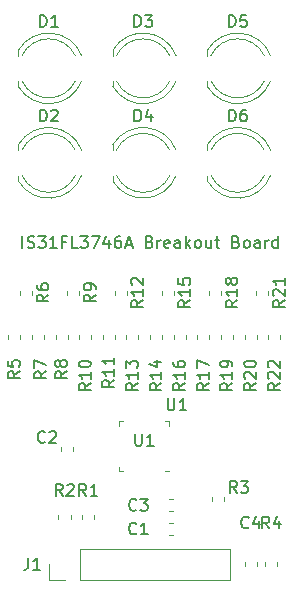
<source format=gbr>
G04 #@! TF.GenerationSoftware,KiCad,Pcbnew,(5.1.4)-1*
G04 #@! TF.CreationDate,2021-05-12T10:10:47-04:00*
G04 #@! TF.ProjectId,QAZ_IS31FL3746A_breakoutboard,51415a5f-4953-4333-9146-4c3337343641,rev?*
G04 #@! TF.SameCoordinates,Original*
G04 #@! TF.FileFunction,Legend,Top*
G04 #@! TF.FilePolarity,Positive*
%FSLAX46Y46*%
G04 Gerber Fmt 4.6, Leading zero omitted, Abs format (unit mm)*
G04 Created by KiCad (PCBNEW (5.1.4)-1) date 2021-05-12 10:10:47*
%MOMM*%
%LPD*%
G04 APERTURE LIST*
%ADD10C,0.150000*%
%ADD11C,0.120000*%
G04 APERTURE END LIST*
D10*
X129190476Y-49202380D02*
X129190476Y-48202380D01*
X129619047Y-49154761D02*
X129761904Y-49202380D01*
X130000000Y-49202380D01*
X130095238Y-49154761D01*
X130142857Y-49107142D01*
X130190476Y-49011904D01*
X130190476Y-48916666D01*
X130142857Y-48821428D01*
X130095238Y-48773809D01*
X130000000Y-48726190D01*
X129809523Y-48678571D01*
X129714285Y-48630952D01*
X129666666Y-48583333D01*
X129619047Y-48488095D01*
X129619047Y-48392857D01*
X129666666Y-48297619D01*
X129714285Y-48250000D01*
X129809523Y-48202380D01*
X130047619Y-48202380D01*
X130190476Y-48250000D01*
X130523809Y-48202380D02*
X131142857Y-48202380D01*
X130809523Y-48583333D01*
X130952380Y-48583333D01*
X131047619Y-48630952D01*
X131095238Y-48678571D01*
X131142857Y-48773809D01*
X131142857Y-49011904D01*
X131095238Y-49107142D01*
X131047619Y-49154761D01*
X130952380Y-49202380D01*
X130666666Y-49202380D01*
X130571428Y-49154761D01*
X130523809Y-49107142D01*
X132095238Y-49202380D02*
X131523809Y-49202380D01*
X131809523Y-49202380D02*
X131809523Y-48202380D01*
X131714285Y-48345238D01*
X131619047Y-48440476D01*
X131523809Y-48488095D01*
X132857142Y-48678571D02*
X132523809Y-48678571D01*
X132523809Y-49202380D02*
X132523809Y-48202380D01*
X133000000Y-48202380D01*
X133857142Y-49202380D02*
X133380952Y-49202380D01*
X133380952Y-48202380D01*
X134095238Y-48202380D02*
X134714285Y-48202380D01*
X134380952Y-48583333D01*
X134523809Y-48583333D01*
X134619047Y-48630952D01*
X134666666Y-48678571D01*
X134714285Y-48773809D01*
X134714285Y-49011904D01*
X134666666Y-49107142D01*
X134619047Y-49154761D01*
X134523809Y-49202380D01*
X134238095Y-49202380D01*
X134142857Y-49154761D01*
X134095238Y-49107142D01*
X135047619Y-48202380D02*
X135714285Y-48202380D01*
X135285714Y-49202380D01*
X136523809Y-48535714D02*
X136523809Y-49202380D01*
X136285714Y-48154761D02*
X136047619Y-48869047D01*
X136666666Y-48869047D01*
X137476190Y-48202380D02*
X137285714Y-48202380D01*
X137190476Y-48250000D01*
X137142857Y-48297619D01*
X137047619Y-48440476D01*
X137000000Y-48630952D01*
X137000000Y-49011904D01*
X137047619Y-49107142D01*
X137095238Y-49154761D01*
X137190476Y-49202380D01*
X137380952Y-49202380D01*
X137476190Y-49154761D01*
X137523809Y-49107142D01*
X137571428Y-49011904D01*
X137571428Y-48773809D01*
X137523809Y-48678571D01*
X137476190Y-48630952D01*
X137380952Y-48583333D01*
X137190476Y-48583333D01*
X137095238Y-48630952D01*
X137047619Y-48678571D01*
X137000000Y-48773809D01*
X137952380Y-48916666D02*
X138428571Y-48916666D01*
X137857142Y-49202380D02*
X138190476Y-48202380D01*
X138523809Y-49202380D01*
X139952380Y-48678571D02*
X140095238Y-48726190D01*
X140142857Y-48773809D01*
X140190476Y-48869047D01*
X140190476Y-49011904D01*
X140142857Y-49107142D01*
X140095238Y-49154761D01*
X140000000Y-49202380D01*
X139619047Y-49202380D01*
X139619047Y-48202380D01*
X139952380Y-48202380D01*
X140047619Y-48250000D01*
X140095238Y-48297619D01*
X140142857Y-48392857D01*
X140142857Y-48488095D01*
X140095238Y-48583333D01*
X140047619Y-48630952D01*
X139952380Y-48678571D01*
X139619047Y-48678571D01*
X140619047Y-49202380D02*
X140619047Y-48535714D01*
X140619047Y-48726190D02*
X140666666Y-48630952D01*
X140714285Y-48583333D01*
X140809523Y-48535714D01*
X140904761Y-48535714D01*
X141619047Y-49154761D02*
X141523809Y-49202380D01*
X141333333Y-49202380D01*
X141238095Y-49154761D01*
X141190476Y-49059523D01*
X141190476Y-48678571D01*
X141238095Y-48583333D01*
X141333333Y-48535714D01*
X141523809Y-48535714D01*
X141619047Y-48583333D01*
X141666666Y-48678571D01*
X141666666Y-48773809D01*
X141190476Y-48869047D01*
X142523809Y-49202380D02*
X142523809Y-48678571D01*
X142476190Y-48583333D01*
X142380952Y-48535714D01*
X142190476Y-48535714D01*
X142095238Y-48583333D01*
X142523809Y-49154761D02*
X142428571Y-49202380D01*
X142190476Y-49202380D01*
X142095238Y-49154761D01*
X142047619Y-49059523D01*
X142047619Y-48964285D01*
X142095238Y-48869047D01*
X142190476Y-48821428D01*
X142428571Y-48821428D01*
X142523809Y-48773809D01*
X143000000Y-49202380D02*
X143000000Y-48202380D01*
X143095238Y-48821428D02*
X143380952Y-49202380D01*
X143380952Y-48535714D02*
X143000000Y-48916666D01*
X143952380Y-49202380D02*
X143857142Y-49154761D01*
X143809523Y-49107142D01*
X143761904Y-49011904D01*
X143761904Y-48726190D01*
X143809523Y-48630952D01*
X143857142Y-48583333D01*
X143952380Y-48535714D01*
X144095238Y-48535714D01*
X144190476Y-48583333D01*
X144238095Y-48630952D01*
X144285714Y-48726190D01*
X144285714Y-49011904D01*
X144238095Y-49107142D01*
X144190476Y-49154761D01*
X144095238Y-49202380D01*
X143952380Y-49202380D01*
X145142857Y-48535714D02*
X145142857Y-49202380D01*
X144714285Y-48535714D02*
X144714285Y-49059523D01*
X144761904Y-49154761D01*
X144857142Y-49202380D01*
X145000000Y-49202380D01*
X145095238Y-49154761D01*
X145142857Y-49107142D01*
X145476190Y-48535714D02*
X145857142Y-48535714D01*
X145619047Y-48202380D02*
X145619047Y-49059523D01*
X145666666Y-49154761D01*
X145761904Y-49202380D01*
X145857142Y-49202380D01*
X147285714Y-48678571D02*
X147428571Y-48726190D01*
X147476190Y-48773809D01*
X147523809Y-48869047D01*
X147523809Y-49011904D01*
X147476190Y-49107142D01*
X147428571Y-49154761D01*
X147333333Y-49202380D01*
X146952380Y-49202380D01*
X146952380Y-48202380D01*
X147285714Y-48202380D01*
X147380952Y-48250000D01*
X147428571Y-48297619D01*
X147476190Y-48392857D01*
X147476190Y-48488095D01*
X147428571Y-48583333D01*
X147380952Y-48630952D01*
X147285714Y-48678571D01*
X146952380Y-48678571D01*
X148095238Y-49202380D02*
X148000000Y-49154761D01*
X147952380Y-49107142D01*
X147904761Y-49011904D01*
X147904761Y-48726190D01*
X147952380Y-48630952D01*
X148000000Y-48583333D01*
X148095238Y-48535714D01*
X148238095Y-48535714D01*
X148333333Y-48583333D01*
X148380952Y-48630952D01*
X148428571Y-48726190D01*
X148428571Y-49011904D01*
X148380952Y-49107142D01*
X148333333Y-49154761D01*
X148238095Y-49202380D01*
X148095238Y-49202380D01*
X149285714Y-49202380D02*
X149285714Y-48678571D01*
X149238095Y-48583333D01*
X149142857Y-48535714D01*
X148952380Y-48535714D01*
X148857142Y-48583333D01*
X149285714Y-49154761D02*
X149190476Y-49202380D01*
X148952380Y-49202380D01*
X148857142Y-49154761D01*
X148809523Y-49059523D01*
X148809523Y-48964285D01*
X148857142Y-48869047D01*
X148952380Y-48821428D01*
X149190476Y-48821428D01*
X149285714Y-48773809D01*
X149761904Y-49202380D02*
X149761904Y-48535714D01*
X149761904Y-48726190D02*
X149809523Y-48630952D01*
X149857142Y-48583333D01*
X149952380Y-48535714D01*
X150047619Y-48535714D01*
X150809523Y-49202380D02*
X150809523Y-48202380D01*
X150809523Y-49154761D02*
X150714285Y-49202380D01*
X150523809Y-49202380D01*
X150428571Y-49154761D01*
X150380952Y-49107142D01*
X150333333Y-49011904D01*
X150333333Y-48726190D01*
X150380952Y-48630952D01*
X150428571Y-48583333D01*
X150523809Y-48535714D01*
X150714285Y-48535714D01*
X150809523Y-48583333D01*
D11*
X146780000Y-77330000D02*
X146780000Y-74670000D01*
X134020000Y-77330000D02*
X146780000Y-77330000D01*
X134020000Y-74670000D02*
X146780000Y-74670000D01*
X134020000Y-77330000D02*
X134020000Y-74670000D01*
X132750000Y-77330000D02*
X131420000Y-77330000D01*
X131420000Y-77330000D02*
X131420000Y-76000000D01*
X141260000Y-63890000D02*
X141610000Y-63890000D01*
X137740000Y-68110000D02*
X137390000Y-68110000D01*
X137390000Y-68110000D02*
X137390000Y-67760000D01*
X137740000Y-63890000D02*
X137390000Y-63890000D01*
X141260000Y-68110000D02*
X141610000Y-68110000D01*
X141610000Y-63890000D02*
X141610000Y-64240000D01*
X137390000Y-63890000D02*
X137390000Y-64240000D01*
X151010000Y-56578733D02*
X151010000Y-56921267D01*
X149990000Y-56578733D02*
X149990000Y-56921267D01*
X150010000Y-52828733D02*
X150010000Y-53171267D01*
X148990000Y-52828733D02*
X148990000Y-53171267D01*
X149010000Y-56578733D02*
X149010000Y-56921267D01*
X147990000Y-56578733D02*
X147990000Y-56921267D01*
X147010000Y-56578733D02*
X147010000Y-56921267D01*
X145990000Y-56578733D02*
X145990000Y-56921267D01*
X146010000Y-52828733D02*
X146010000Y-53171267D01*
X144990000Y-52828733D02*
X144990000Y-53171267D01*
X145010000Y-56578733D02*
X145010000Y-56921267D01*
X143990000Y-56578733D02*
X143990000Y-56921267D01*
X143010000Y-56578733D02*
X143010000Y-56921267D01*
X141990000Y-56578733D02*
X141990000Y-56921267D01*
X142010000Y-52828733D02*
X142010000Y-53171267D01*
X140990000Y-52828733D02*
X140990000Y-53171267D01*
X141010000Y-56578733D02*
X141010000Y-56921267D01*
X139990000Y-56578733D02*
X139990000Y-56921267D01*
X139010000Y-56578733D02*
X139010000Y-56921267D01*
X137990000Y-56578733D02*
X137990000Y-56921267D01*
X138010000Y-52828733D02*
X138010000Y-53171267D01*
X136990000Y-52828733D02*
X136990000Y-53171267D01*
X137010000Y-56578733D02*
X137010000Y-56921267D01*
X135990000Y-56578733D02*
X135990000Y-56921267D01*
X135010000Y-56578733D02*
X135010000Y-56921267D01*
X133990000Y-56578733D02*
X133990000Y-56921267D01*
X134010000Y-52828733D02*
X134010000Y-53171267D01*
X132990000Y-52828733D02*
X132990000Y-53171267D01*
X133010000Y-56578733D02*
X133010000Y-56921267D01*
X131990000Y-56578733D02*
X131990000Y-56921267D01*
X131010000Y-56578733D02*
X131010000Y-56921267D01*
X129990000Y-56578733D02*
X129990000Y-56921267D01*
X130010000Y-52828733D02*
X130010000Y-53171267D01*
X128990000Y-52828733D02*
X128990000Y-53171267D01*
X129010000Y-56578733D02*
X129010000Y-56921267D01*
X127990000Y-56578733D02*
X127990000Y-56921267D01*
X149740000Y-76171267D02*
X149740000Y-75828733D01*
X150760000Y-76171267D02*
X150760000Y-75828733D01*
X146260000Y-70328733D02*
X146260000Y-70671267D01*
X145240000Y-70328733D02*
X145240000Y-70671267D01*
X133260000Y-71828733D02*
X133260000Y-72171267D01*
X132240000Y-71828733D02*
X132240000Y-72171267D01*
X135260000Y-71828733D02*
X135260000Y-72171267D01*
X134240000Y-71828733D02*
X134240000Y-72171267D01*
X144845000Y-40455000D02*
X144845000Y-40920000D01*
X144845000Y-43080000D02*
X144845000Y-43545000D01*
X149659479Y-43080429D02*
G75*
G02X145150316Y-43080000I-2254479J1080429D01*
G01*
X149659479Y-40919571D02*
G75*
G03X145150316Y-40920000I-2254479J-1080429D01*
G01*
X150192815Y-43080827D02*
G75*
G02X144845000Y-43544830I-2787815J1080827D01*
G01*
X150192815Y-40919173D02*
G75*
G03X144845000Y-40455170I-2787815J-1080827D01*
G01*
X144845000Y-32455000D02*
X144845000Y-32920000D01*
X144845000Y-35080000D02*
X144845000Y-35545000D01*
X149659479Y-35080429D02*
G75*
G02X145150316Y-35080000I-2254479J1080429D01*
G01*
X149659479Y-32919571D02*
G75*
G03X145150316Y-32920000I-2254479J-1080429D01*
G01*
X150192815Y-35080827D02*
G75*
G02X144845000Y-35544830I-2787815J1080827D01*
G01*
X150192815Y-32919173D02*
G75*
G03X144845000Y-32455170I-2787815J-1080827D01*
G01*
X136845000Y-40455000D02*
X136845000Y-40920000D01*
X136845000Y-43080000D02*
X136845000Y-43545000D01*
X141659479Y-43080429D02*
G75*
G02X137150316Y-43080000I-2254479J1080429D01*
G01*
X141659479Y-40919571D02*
G75*
G03X137150316Y-40920000I-2254479J-1080429D01*
G01*
X142192815Y-43080827D02*
G75*
G02X136845000Y-43544830I-2787815J1080827D01*
G01*
X142192815Y-40919173D02*
G75*
G03X136845000Y-40455170I-2787815J-1080827D01*
G01*
X136845000Y-32455000D02*
X136845000Y-32920000D01*
X136845000Y-35080000D02*
X136845000Y-35545000D01*
X141659479Y-35080429D02*
G75*
G02X137150316Y-35080000I-2254479J1080429D01*
G01*
X141659479Y-32919571D02*
G75*
G03X137150316Y-32920000I-2254479J-1080429D01*
G01*
X142192815Y-35080827D02*
G75*
G02X136845000Y-35544830I-2787815J1080827D01*
G01*
X142192815Y-32919173D02*
G75*
G03X136845000Y-32455170I-2787815J-1080827D01*
G01*
X128845000Y-40455000D02*
X128845000Y-40920000D01*
X128845000Y-43080000D02*
X128845000Y-43545000D01*
X133659479Y-43080429D02*
G75*
G02X129150316Y-43080000I-2254479J1080429D01*
G01*
X133659479Y-40919571D02*
G75*
G03X129150316Y-40920000I-2254479J-1080429D01*
G01*
X134192815Y-43080827D02*
G75*
G02X128845000Y-43544830I-2787815J1080827D01*
G01*
X134192815Y-40919173D02*
G75*
G03X128845000Y-40455170I-2787815J-1080827D01*
G01*
X128845000Y-32455000D02*
X128845000Y-32920000D01*
X128845000Y-35080000D02*
X128845000Y-35545000D01*
X133659479Y-35080429D02*
G75*
G02X129150316Y-35080000I-2254479J1080429D01*
G01*
X133659479Y-32919571D02*
G75*
G03X129150316Y-32920000I-2254479J-1080429D01*
G01*
X134192815Y-35080827D02*
G75*
G02X128845000Y-35544830I-2787815J1080827D01*
G01*
X134192815Y-32919173D02*
G75*
G03X128845000Y-32455170I-2787815J-1080827D01*
G01*
X147990000Y-76171267D02*
X147990000Y-75828733D01*
X149010000Y-76171267D02*
X149010000Y-75828733D01*
X141578733Y-70490000D02*
X141921267Y-70490000D01*
X141578733Y-71510000D02*
X141921267Y-71510000D01*
X132490000Y-66078733D02*
X132490000Y-66421267D01*
X133510000Y-66078733D02*
X133510000Y-66421267D01*
X141578733Y-72490000D02*
X141921267Y-72490000D01*
X141578733Y-73510000D02*
X141921267Y-73510000D01*
D10*
X129666666Y-75452380D02*
X129666666Y-76166666D01*
X129619047Y-76309523D01*
X129523809Y-76404761D01*
X129380952Y-76452380D01*
X129285714Y-76452380D01*
X130666666Y-76452380D02*
X130095238Y-76452380D01*
X130380952Y-76452380D02*
X130380952Y-75452380D01*
X130285714Y-75595238D01*
X130190476Y-75690476D01*
X130095238Y-75738095D01*
X138738095Y-64952380D02*
X138738095Y-65761904D01*
X138785714Y-65857142D01*
X138833333Y-65904761D01*
X138928571Y-65952380D01*
X139119047Y-65952380D01*
X139214285Y-65904761D01*
X139261904Y-65857142D01*
X139309523Y-65761904D01*
X139309523Y-64952380D01*
X140309523Y-65952380D02*
X139738095Y-65952380D01*
X140023809Y-65952380D02*
X140023809Y-64952380D01*
X139928571Y-65095238D01*
X139833333Y-65190476D01*
X139738095Y-65238095D01*
X141488095Y-61952380D02*
X141488095Y-62761904D01*
X141535714Y-62857142D01*
X141583333Y-62904761D01*
X141678571Y-62952380D01*
X141869047Y-62952380D01*
X141964285Y-62904761D01*
X142011904Y-62857142D01*
X142059523Y-62761904D01*
X142059523Y-61952380D01*
X143059523Y-62952380D02*
X142488095Y-62952380D01*
X142773809Y-62952380D02*
X142773809Y-61952380D01*
X142678571Y-62095238D01*
X142583333Y-62190476D01*
X142488095Y-62238095D01*
X150952380Y-60642857D02*
X150476190Y-60976190D01*
X150952380Y-61214285D02*
X149952380Y-61214285D01*
X149952380Y-60833333D01*
X150000000Y-60738095D01*
X150047619Y-60690476D01*
X150142857Y-60642857D01*
X150285714Y-60642857D01*
X150380952Y-60690476D01*
X150428571Y-60738095D01*
X150476190Y-60833333D01*
X150476190Y-61214285D01*
X150047619Y-60261904D02*
X150000000Y-60214285D01*
X149952380Y-60119047D01*
X149952380Y-59880952D01*
X150000000Y-59785714D01*
X150047619Y-59738095D01*
X150142857Y-59690476D01*
X150238095Y-59690476D01*
X150380952Y-59738095D01*
X150952380Y-60309523D01*
X150952380Y-59690476D01*
X150047619Y-59309523D02*
X150000000Y-59261904D01*
X149952380Y-59166666D01*
X149952380Y-58928571D01*
X150000000Y-58833333D01*
X150047619Y-58785714D01*
X150142857Y-58738095D01*
X150238095Y-58738095D01*
X150380952Y-58785714D01*
X150952380Y-59357142D01*
X150952380Y-58738095D01*
X151382380Y-53642857D02*
X150906190Y-53976190D01*
X151382380Y-54214285D02*
X150382380Y-54214285D01*
X150382380Y-53833333D01*
X150430000Y-53738095D01*
X150477619Y-53690476D01*
X150572857Y-53642857D01*
X150715714Y-53642857D01*
X150810952Y-53690476D01*
X150858571Y-53738095D01*
X150906190Y-53833333D01*
X150906190Y-54214285D01*
X150477619Y-53261904D02*
X150430000Y-53214285D01*
X150382380Y-53119047D01*
X150382380Y-52880952D01*
X150430000Y-52785714D01*
X150477619Y-52738095D01*
X150572857Y-52690476D01*
X150668095Y-52690476D01*
X150810952Y-52738095D01*
X151382380Y-53309523D01*
X151382380Y-52690476D01*
X151382380Y-51738095D02*
X151382380Y-52309523D01*
X151382380Y-52023809D02*
X150382380Y-52023809D01*
X150525238Y-52119047D01*
X150620476Y-52214285D01*
X150668095Y-52309523D01*
X148952380Y-60642857D02*
X148476190Y-60976190D01*
X148952380Y-61214285D02*
X147952380Y-61214285D01*
X147952380Y-60833333D01*
X148000000Y-60738095D01*
X148047619Y-60690476D01*
X148142857Y-60642857D01*
X148285714Y-60642857D01*
X148380952Y-60690476D01*
X148428571Y-60738095D01*
X148476190Y-60833333D01*
X148476190Y-61214285D01*
X148047619Y-60261904D02*
X148000000Y-60214285D01*
X147952380Y-60119047D01*
X147952380Y-59880952D01*
X148000000Y-59785714D01*
X148047619Y-59738095D01*
X148142857Y-59690476D01*
X148238095Y-59690476D01*
X148380952Y-59738095D01*
X148952380Y-60309523D01*
X148952380Y-59690476D01*
X147952380Y-59071428D02*
X147952380Y-58976190D01*
X148000000Y-58880952D01*
X148047619Y-58833333D01*
X148142857Y-58785714D01*
X148333333Y-58738095D01*
X148571428Y-58738095D01*
X148761904Y-58785714D01*
X148857142Y-58833333D01*
X148904761Y-58880952D01*
X148952380Y-58976190D01*
X148952380Y-59071428D01*
X148904761Y-59166666D01*
X148857142Y-59214285D01*
X148761904Y-59261904D01*
X148571428Y-59309523D01*
X148333333Y-59309523D01*
X148142857Y-59261904D01*
X148047619Y-59214285D01*
X148000000Y-59166666D01*
X147952380Y-59071428D01*
X146952380Y-60642857D02*
X146476190Y-60976190D01*
X146952380Y-61214285D02*
X145952380Y-61214285D01*
X145952380Y-60833333D01*
X146000000Y-60738095D01*
X146047619Y-60690476D01*
X146142857Y-60642857D01*
X146285714Y-60642857D01*
X146380952Y-60690476D01*
X146428571Y-60738095D01*
X146476190Y-60833333D01*
X146476190Y-61214285D01*
X146952380Y-59690476D02*
X146952380Y-60261904D01*
X146952380Y-59976190D02*
X145952380Y-59976190D01*
X146095238Y-60071428D01*
X146190476Y-60166666D01*
X146238095Y-60261904D01*
X146952380Y-59214285D02*
X146952380Y-59023809D01*
X146904761Y-58928571D01*
X146857142Y-58880952D01*
X146714285Y-58785714D01*
X146523809Y-58738095D01*
X146142857Y-58738095D01*
X146047619Y-58785714D01*
X146000000Y-58833333D01*
X145952380Y-58928571D01*
X145952380Y-59119047D01*
X146000000Y-59214285D01*
X146047619Y-59261904D01*
X146142857Y-59309523D01*
X146380952Y-59309523D01*
X146476190Y-59261904D01*
X146523809Y-59214285D01*
X146571428Y-59119047D01*
X146571428Y-58928571D01*
X146523809Y-58833333D01*
X146476190Y-58785714D01*
X146380952Y-58738095D01*
X147382380Y-53642857D02*
X146906190Y-53976190D01*
X147382380Y-54214285D02*
X146382380Y-54214285D01*
X146382380Y-53833333D01*
X146430000Y-53738095D01*
X146477619Y-53690476D01*
X146572857Y-53642857D01*
X146715714Y-53642857D01*
X146810952Y-53690476D01*
X146858571Y-53738095D01*
X146906190Y-53833333D01*
X146906190Y-54214285D01*
X147382380Y-52690476D02*
X147382380Y-53261904D01*
X147382380Y-52976190D02*
X146382380Y-52976190D01*
X146525238Y-53071428D01*
X146620476Y-53166666D01*
X146668095Y-53261904D01*
X146810952Y-52119047D02*
X146763333Y-52214285D01*
X146715714Y-52261904D01*
X146620476Y-52309523D01*
X146572857Y-52309523D01*
X146477619Y-52261904D01*
X146430000Y-52214285D01*
X146382380Y-52119047D01*
X146382380Y-51928571D01*
X146430000Y-51833333D01*
X146477619Y-51785714D01*
X146572857Y-51738095D01*
X146620476Y-51738095D01*
X146715714Y-51785714D01*
X146763333Y-51833333D01*
X146810952Y-51928571D01*
X146810952Y-52119047D01*
X146858571Y-52214285D01*
X146906190Y-52261904D01*
X147001428Y-52309523D01*
X147191904Y-52309523D01*
X147287142Y-52261904D01*
X147334761Y-52214285D01*
X147382380Y-52119047D01*
X147382380Y-51928571D01*
X147334761Y-51833333D01*
X147287142Y-51785714D01*
X147191904Y-51738095D01*
X147001428Y-51738095D01*
X146906190Y-51785714D01*
X146858571Y-51833333D01*
X146810952Y-51928571D01*
X144952380Y-60642857D02*
X144476190Y-60976190D01*
X144952380Y-61214285D02*
X143952380Y-61214285D01*
X143952380Y-60833333D01*
X144000000Y-60738095D01*
X144047619Y-60690476D01*
X144142857Y-60642857D01*
X144285714Y-60642857D01*
X144380952Y-60690476D01*
X144428571Y-60738095D01*
X144476190Y-60833333D01*
X144476190Y-61214285D01*
X144952380Y-59690476D02*
X144952380Y-60261904D01*
X144952380Y-59976190D02*
X143952380Y-59976190D01*
X144095238Y-60071428D01*
X144190476Y-60166666D01*
X144238095Y-60261904D01*
X143952380Y-59357142D02*
X143952380Y-58690476D01*
X144952380Y-59119047D01*
X142952380Y-60642857D02*
X142476190Y-60976190D01*
X142952380Y-61214285D02*
X141952380Y-61214285D01*
X141952380Y-60833333D01*
X142000000Y-60738095D01*
X142047619Y-60690476D01*
X142142857Y-60642857D01*
X142285714Y-60642857D01*
X142380952Y-60690476D01*
X142428571Y-60738095D01*
X142476190Y-60833333D01*
X142476190Y-61214285D01*
X142952380Y-59690476D02*
X142952380Y-60261904D01*
X142952380Y-59976190D02*
X141952380Y-59976190D01*
X142095238Y-60071428D01*
X142190476Y-60166666D01*
X142238095Y-60261904D01*
X141952380Y-58833333D02*
X141952380Y-59023809D01*
X142000000Y-59119047D01*
X142047619Y-59166666D01*
X142190476Y-59261904D01*
X142380952Y-59309523D01*
X142761904Y-59309523D01*
X142857142Y-59261904D01*
X142904761Y-59214285D01*
X142952380Y-59119047D01*
X142952380Y-58928571D01*
X142904761Y-58833333D01*
X142857142Y-58785714D01*
X142761904Y-58738095D01*
X142523809Y-58738095D01*
X142428571Y-58785714D01*
X142380952Y-58833333D01*
X142333333Y-58928571D01*
X142333333Y-59119047D01*
X142380952Y-59214285D01*
X142428571Y-59261904D01*
X142523809Y-59309523D01*
X143382380Y-53642857D02*
X142906190Y-53976190D01*
X143382380Y-54214285D02*
X142382380Y-54214285D01*
X142382380Y-53833333D01*
X142430000Y-53738095D01*
X142477619Y-53690476D01*
X142572857Y-53642857D01*
X142715714Y-53642857D01*
X142810952Y-53690476D01*
X142858571Y-53738095D01*
X142906190Y-53833333D01*
X142906190Y-54214285D01*
X143382380Y-52690476D02*
X143382380Y-53261904D01*
X143382380Y-52976190D02*
X142382380Y-52976190D01*
X142525238Y-53071428D01*
X142620476Y-53166666D01*
X142668095Y-53261904D01*
X142382380Y-51785714D02*
X142382380Y-52261904D01*
X142858571Y-52309523D01*
X142810952Y-52261904D01*
X142763333Y-52166666D01*
X142763333Y-51928571D01*
X142810952Y-51833333D01*
X142858571Y-51785714D01*
X142953809Y-51738095D01*
X143191904Y-51738095D01*
X143287142Y-51785714D01*
X143334761Y-51833333D01*
X143382380Y-51928571D01*
X143382380Y-52166666D01*
X143334761Y-52261904D01*
X143287142Y-52309523D01*
X140952380Y-60642857D02*
X140476190Y-60976190D01*
X140952380Y-61214285D02*
X139952380Y-61214285D01*
X139952380Y-60833333D01*
X140000000Y-60738095D01*
X140047619Y-60690476D01*
X140142857Y-60642857D01*
X140285714Y-60642857D01*
X140380952Y-60690476D01*
X140428571Y-60738095D01*
X140476190Y-60833333D01*
X140476190Y-61214285D01*
X140952380Y-59690476D02*
X140952380Y-60261904D01*
X140952380Y-59976190D02*
X139952380Y-59976190D01*
X140095238Y-60071428D01*
X140190476Y-60166666D01*
X140238095Y-60261904D01*
X140285714Y-58833333D02*
X140952380Y-58833333D01*
X139904761Y-59071428D02*
X140619047Y-59309523D01*
X140619047Y-58690476D01*
X138952380Y-60642857D02*
X138476190Y-60976190D01*
X138952380Y-61214285D02*
X137952380Y-61214285D01*
X137952380Y-60833333D01*
X138000000Y-60738095D01*
X138047619Y-60690476D01*
X138142857Y-60642857D01*
X138285714Y-60642857D01*
X138380952Y-60690476D01*
X138428571Y-60738095D01*
X138476190Y-60833333D01*
X138476190Y-61214285D01*
X138952380Y-59690476D02*
X138952380Y-60261904D01*
X138952380Y-59976190D02*
X137952380Y-59976190D01*
X138095238Y-60071428D01*
X138190476Y-60166666D01*
X138238095Y-60261904D01*
X137952380Y-59357142D02*
X137952380Y-58738095D01*
X138333333Y-59071428D01*
X138333333Y-58928571D01*
X138380952Y-58833333D01*
X138428571Y-58785714D01*
X138523809Y-58738095D01*
X138761904Y-58738095D01*
X138857142Y-58785714D01*
X138904761Y-58833333D01*
X138952380Y-58928571D01*
X138952380Y-59214285D01*
X138904761Y-59309523D01*
X138857142Y-59357142D01*
X139382380Y-53642857D02*
X138906190Y-53976190D01*
X139382380Y-54214285D02*
X138382380Y-54214285D01*
X138382380Y-53833333D01*
X138430000Y-53738095D01*
X138477619Y-53690476D01*
X138572857Y-53642857D01*
X138715714Y-53642857D01*
X138810952Y-53690476D01*
X138858571Y-53738095D01*
X138906190Y-53833333D01*
X138906190Y-54214285D01*
X139382380Y-52690476D02*
X139382380Y-53261904D01*
X139382380Y-52976190D02*
X138382380Y-52976190D01*
X138525238Y-53071428D01*
X138620476Y-53166666D01*
X138668095Y-53261904D01*
X138477619Y-52309523D02*
X138430000Y-52261904D01*
X138382380Y-52166666D01*
X138382380Y-51928571D01*
X138430000Y-51833333D01*
X138477619Y-51785714D01*
X138572857Y-51738095D01*
X138668095Y-51738095D01*
X138810952Y-51785714D01*
X139382380Y-52357142D01*
X139382380Y-51738095D01*
X136952380Y-60392857D02*
X136476190Y-60726190D01*
X136952380Y-60964285D02*
X135952380Y-60964285D01*
X135952380Y-60583333D01*
X136000000Y-60488095D01*
X136047619Y-60440476D01*
X136142857Y-60392857D01*
X136285714Y-60392857D01*
X136380952Y-60440476D01*
X136428571Y-60488095D01*
X136476190Y-60583333D01*
X136476190Y-60964285D01*
X136952380Y-59440476D02*
X136952380Y-60011904D01*
X136952380Y-59726190D02*
X135952380Y-59726190D01*
X136095238Y-59821428D01*
X136190476Y-59916666D01*
X136238095Y-60011904D01*
X136952380Y-58488095D02*
X136952380Y-59059523D01*
X136952380Y-58773809D02*
X135952380Y-58773809D01*
X136095238Y-58869047D01*
X136190476Y-58964285D01*
X136238095Y-59059523D01*
X134952380Y-60642857D02*
X134476190Y-60976190D01*
X134952380Y-61214285D02*
X133952380Y-61214285D01*
X133952380Y-60833333D01*
X134000000Y-60738095D01*
X134047619Y-60690476D01*
X134142857Y-60642857D01*
X134285714Y-60642857D01*
X134380952Y-60690476D01*
X134428571Y-60738095D01*
X134476190Y-60833333D01*
X134476190Y-61214285D01*
X134952380Y-59690476D02*
X134952380Y-60261904D01*
X134952380Y-59976190D02*
X133952380Y-59976190D01*
X134095238Y-60071428D01*
X134190476Y-60166666D01*
X134238095Y-60261904D01*
X133952380Y-59071428D02*
X133952380Y-58976190D01*
X134000000Y-58880952D01*
X134047619Y-58833333D01*
X134142857Y-58785714D01*
X134333333Y-58738095D01*
X134571428Y-58738095D01*
X134761904Y-58785714D01*
X134857142Y-58833333D01*
X134904761Y-58880952D01*
X134952380Y-58976190D01*
X134952380Y-59071428D01*
X134904761Y-59166666D01*
X134857142Y-59214285D01*
X134761904Y-59261904D01*
X134571428Y-59309523D01*
X134333333Y-59309523D01*
X134142857Y-59261904D01*
X134047619Y-59214285D01*
X134000000Y-59166666D01*
X133952380Y-59071428D01*
X135382380Y-53166666D02*
X134906190Y-53500000D01*
X135382380Y-53738095D02*
X134382380Y-53738095D01*
X134382380Y-53357142D01*
X134430000Y-53261904D01*
X134477619Y-53214285D01*
X134572857Y-53166666D01*
X134715714Y-53166666D01*
X134810952Y-53214285D01*
X134858571Y-53261904D01*
X134906190Y-53357142D01*
X134906190Y-53738095D01*
X135382380Y-52690476D02*
X135382380Y-52500000D01*
X135334761Y-52404761D01*
X135287142Y-52357142D01*
X135144285Y-52261904D01*
X134953809Y-52214285D01*
X134572857Y-52214285D01*
X134477619Y-52261904D01*
X134430000Y-52309523D01*
X134382380Y-52404761D01*
X134382380Y-52595238D01*
X134430000Y-52690476D01*
X134477619Y-52738095D01*
X134572857Y-52785714D01*
X134810952Y-52785714D01*
X134906190Y-52738095D01*
X134953809Y-52690476D01*
X135001428Y-52595238D01*
X135001428Y-52404761D01*
X134953809Y-52309523D01*
X134906190Y-52261904D01*
X134810952Y-52214285D01*
X132952380Y-59666666D02*
X132476190Y-60000000D01*
X132952380Y-60238095D02*
X131952380Y-60238095D01*
X131952380Y-59857142D01*
X132000000Y-59761904D01*
X132047619Y-59714285D01*
X132142857Y-59666666D01*
X132285714Y-59666666D01*
X132380952Y-59714285D01*
X132428571Y-59761904D01*
X132476190Y-59857142D01*
X132476190Y-60238095D01*
X132380952Y-59095238D02*
X132333333Y-59190476D01*
X132285714Y-59238095D01*
X132190476Y-59285714D01*
X132142857Y-59285714D01*
X132047619Y-59238095D01*
X132000000Y-59190476D01*
X131952380Y-59095238D01*
X131952380Y-58904761D01*
X132000000Y-58809523D01*
X132047619Y-58761904D01*
X132142857Y-58714285D01*
X132190476Y-58714285D01*
X132285714Y-58761904D01*
X132333333Y-58809523D01*
X132380952Y-58904761D01*
X132380952Y-59095238D01*
X132428571Y-59190476D01*
X132476190Y-59238095D01*
X132571428Y-59285714D01*
X132761904Y-59285714D01*
X132857142Y-59238095D01*
X132904761Y-59190476D01*
X132952380Y-59095238D01*
X132952380Y-58904761D01*
X132904761Y-58809523D01*
X132857142Y-58761904D01*
X132761904Y-58714285D01*
X132571428Y-58714285D01*
X132476190Y-58761904D01*
X132428571Y-58809523D01*
X132380952Y-58904761D01*
X131202380Y-59666666D02*
X130726190Y-60000000D01*
X131202380Y-60238095D02*
X130202380Y-60238095D01*
X130202380Y-59857142D01*
X130250000Y-59761904D01*
X130297619Y-59714285D01*
X130392857Y-59666666D01*
X130535714Y-59666666D01*
X130630952Y-59714285D01*
X130678571Y-59761904D01*
X130726190Y-59857142D01*
X130726190Y-60238095D01*
X130202380Y-59333333D02*
X130202380Y-58666666D01*
X131202380Y-59095238D01*
X131382380Y-53166666D02*
X130906190Y-53500000D01*
X131382380Y-53738095D02*
X130382380Y-53738095D01*
X130382380Y-53357142D01*
X130430000Y-53261904D01*
X130477619Y-53214285D01*
X130572857Y-53166666D01*
X130715714Y-53166666D01*
X130810952Y-53214285D01*
X130858571Y-53261904D01*
X130906190Y-53357142D01*
X130906190Y-53738095D01*
X130382380Y-52309523D02*
X130382380Y-52500000D01*
X130430000Y-52595238D01*
X130477619Y-52642857D01*
X130620476Y-52738095D01*
X130810952Y-52785714D01*
X131191904Y-52785714D01*
X131287142Y-52738095D01*
X131334761Y-52690476D01*
X131382380Y-52595238D01*
X131382380Y-52404761D01*
X131334761Y-52309523D01*
X131287142Y-52261904D01*
X131191904Y-52214285D01*
X130953809Y-52214285D01*
X130858571Y-52261904D01*
X130810952Y-52309523D01*
X130763333Y-52404761D01*
X130763333Y-52595238D01*
X130810952Y-52690476D01*
X130858571Y-52738095D01*
X130953809Y-52785714D01*
X128952380Y-59666666D02*
X128476190Y-60000000D01*
X128952380Y-60238095D02*
X127952380Y-60238095D01*
X127952380Y-59857142D01*
X128000000Y-59761904D01*
X128047619Y-59714285D01*
X128142857Y-59666666D01*
X128285714Y-59666666D01*
X128380952Y-59714285D01*
X128428571Y-59761904D01*
X128476190Y-59857142D01*
X128476190Y-60238095D01*
X127952380Y-58761904D02*
X127952380Y-59238095D01*
X128428571Y-59285714D01*
X128380952Y-59238095D01*
X128333333Y-59142857D01*
X128333333Y-58904761D01*
X128380952Y-58809523D01*
X128428571Y-58761904D01*
X128523809Y-58714285D01*
X128761904Y-58714285D01*
X128857142Y-58761904D01*
X128904761Y-58809523D01*
X128952380Y-58904761D01*
X128952380Y-59142857D01*
X128904761Y-59238095D01*
X128857142Y-59285714D01*
X150083333Y-72952380D02*
X149750000Y-72476190D01*
X149511904Y-72952380D02*
X149511904Y-71952380D01*
X149892857Y-71952380D01*
X149988095Y-72000000D01*
X150035714Y-72047619D01*
X150083333Y-72142857D01*
X150083333Y-72285714D01*
X150035714Y-72380952D01*
X149988095Y-72428571D01*
X149892857Y-72476190D01*
X149511904Y-72476190D01*
X150940476Y-72285714D02*
X150940476Y-72952380D01*
X150702380Y-71904761D02*
X150464285Y-72619047D01*
X151083333Y-72619047D01*
X147333333Y-69952380D02*
X147000000Y-69476190D01*
X146761904Y-69952380D02*
X146761904Y-68952380D01*
X147142857Y-68952380D01*
X147238095Y-69000000D01*
X147285714Y-69047619D01*
X147333333Y-69142857D01*
X147333333Y-69285714D01*
X147285714Y-69380952D01*
X147238095Y-69428571D01*
X147142857Y-69476190D01*
X146761904Y-69476190D01*
X147666666Y-68952380D02*
X148285714Y-68952380D01*
X147952380Y-69333333D01*
X148095238Y-69333333D01*
X148190476Y-69380952D01*
X148238095Y-69428571D01*
X148285714Y-69523809D01*
X148285714Y-69761904D01*
X148238095Y-69857142D01*
X148190476Y-69904761D01*
X148095238Y-69952380D01*
X147809523Y-69952380D01*
X147714285Y-69904761D01*
X147666666Y-69857142D01*
X132583333Y-70202380D02*
X132250000Y-69726190D01*
X132011904Y-70202380D02*
X132011904Y-69202380D01*
X132392857Y-69202380D01*
X132488095Y-69250000D01*
X132535714Y-69297619D01*
X132583333Y-69392857D01*
X132583333Y-69535714D01*
X132535714Y-69630952D01*
X132488095Y-69678571D01*
X132392857Y-69726190D01*
X132011904Y-69726190D01*
X132964285Y-69297619D02*
X133011904Y-69250000D01*
X133107142Y-69202380D01*
X133345238Y-69202380D01*
X133440476Y-69250000D01*
X133488095Y-69297619D01*
X133535714Y-69392857D01*
X133535714Y-69488095D01*
X133488095Y-69630952D01*
X132916666Y-70202380D01*
X133535714Y-70202380D01*
X134583333Y-70202380D02*
X134250000Y-69726190D01*
X134011904Y-70202380D02*
X134011904Y-69202380D01*
X134392857Y-69202380D01*
X134488095Y-69250000D01*
X134535714Y-69297619D01*
X134583333Y-69392857D01*
X134583333Y-69535714D01*
X134535714Y-69630952D01*
X134488095Y-69678571D01*
X134392857Y-69726190D01*
X134011904Y-69726190D01*
X135535714Y-70202380D02*
X134964285Y-70202380D01*
X135250000Y-70202380D02*
X135250000Y-69202380D01*
X135154761Y-69345238D01*
X135059523Y-69440476D01*
X134964285Y-69488095D01*
X146666904Y-38492380D02*
X146666904Y-37492380D01*
X146905000Y-37492380D01*
X147047857Y-37540000D01*
X147143095Y-37635238D01*
X147190714Y-37730476D01*
X147238333Y-37920952D01*
X147238333Y-38063809D01*
X147190714Y-38254285D01*
X147143095Y-38349523D01*
X147047857Y-38444761D01*
X146905000Y-38492380D01*
X146666904Y-38492380D01*
X148095476Y-37492380D02*
X147905000Y-37492380D01*
X147809761Y-37540000D01*
X147762142Y-37587619D01*
X147666904Y-37730476D01*
X147619285Y-37920952D01*
X147619285Y-38301904D01*
X147666904Y-38397142D01*
X147714523Y-38444761D01*
X147809761Y-38492380D01*
X148000238Y-38492380D01*
X148095476Y-38444761D01*
X148143095Y-38397142D01*
X148190714Y-38301904D01*
X148190714Y-38063809D01*
X148143095Y-37968571D01*
X148095476Y-37920952D01*
X148000238Y-37873333D01*
X147809761Y-37873333D01*
X147714523Y-37920952D01*
X147666904Y-37968571D01*
X147619285Y-38063809D01*
X146666904Y-30492380D02*
X146666904Y-29492380D01*
X146905000Y-29492380D01*
X147047857Y-29540000D01*
X147143095Y-29635238D01*
X147190714Y-29730476D01*
X147238333Y-29920952D01*
X147238333Y-30063809D01*
X147190714Y-30254285D01*
X147143095Y-30349523D01*
X147047857Y-30444761D01*
X146905000Y-30492380D01*
X146666904Y-30492380D01*
X148143095Y-29492380D02*
X147666904Y-29492380D01*
X147619285Y-29968571D01*
X147666904Y-29920952D01*
X147762142Y-29873333D01*
X148000238Y-29873333D01*
X148095476Y-29920952D01*
X148143095Y-29968571D01*
X148190714Y-30063809D01*
X148190714Y-30301904D01*
X148143095Y-30397142D01*
X148095476Y-30444761D01*
X148000238Y-30492380D01*
X147762142Y-30492380D01*
X147666904Y-30444761D01*
X147619285Y-30397142D01*
X138666904Y-38492380D02*
X138666904Y-37492380D01*
X138905000Y-37492380D01*
X139047857Y-37540000D01*
X139143095Y-37635238D01*
X139190714Y-37730476D01*
X139238333Y-37920952D01*
X139238333Y-38063809D01*
X139190714Y-38254285D01*
X139143095Y-38349523D01*
X139047857Y-38444761D01*
X138905000Y-38492380D01*
X138666904Y-38492380D01*
X140095476Y-37825714D02*
X140095476Y-38492380D01*
X139857380Y-37444761D02*
X139619285Y-38159047D01*
X140238333Y-38159047D01*
X138666904Y-30492380D02*
X138666904Y-29492380D01*
X138905000Y-29492380D01*
X139047857Y-29540000D01*
X139143095Y-29635238D01*
X139190714Y-29730476D01*
X139238333Y-29920952D01*
X139238333Y-30063809D01*
X139190714Y-30254285D01*
X139143095Y-30349523D01*
X139047857Y-30444761D01*
X138905000Y-30492380D01*
X138666904Y-30492380D01*
X139571666Y-29492380D02*
X140190714Y-29492380D01*
X139857380Y-29873333D01*
X140000238Y-29873333D01*
X140095476Y-29920952D01*
X140143095Y-29968571D01*
X140190714Y-30063809D01*
X140190714Y-30301904D01*
X140143095Y-30397142D01*
X140095476Y-30444761D01*
X140000238Y-30492380D01*
X139714523Y-30492380D01*
X139619285Y-30444761D01*
X139571666Y-30397142D01*
X130666904Y-38492380D02*
X130666904Y-37492380D01*
X130905000Y-37492380D01*
X131047857Y-37540000D01*
X131143095Y-37635238D01*
X131190714Y-37730476D01*
X131238333Y-37920952D01*
X131238333Y-38063809D01*
X131190714Y-38254285D01*
X131143095Y-38349523D01*
X131047857Y-38444761D01*
X130905000Y-38492380D01*
X130666904Y-38492380D01*
X131619285Y-37587619D02*
X131666904Y-37540000D01*
X131762142Y-37492380D01*
X132000238Y-37492380D01*
X132095476Y-37540000D01*
X132143095Y-37587619D01*
X132190714Y-37682857D01*
X132190714Y-37778095D01*
X132143095Y-37920952D01*
X131571666Y-38492380D01*
X132190714Y-38492380D01*
X130666904Y-30492380D02*
X130666904Y-29492380D01*
X130905000Y-29492380D01*
X131047857Y-29540000D01*
X131143095Y-29635238D01*
X131190714Y-29730476D01*
X131238333Y-29920952D01*
X131238333Y-30063809D01*
X131190714Y-30254285D01*
X131143095Y-30349523D01*
X131047857Y-30444761D01*
X130905000Y-30492380D01*
X130666904Y-30492380D01*
X132190714Y-30492380D02*
X131619285Y-30492380D01*
X131905000Y-30492380D02*
X131905000Y-29492380D01*
X131809761Y-29635238D01*
X131714523Y-29730476D01*
X131619285Y-29778095D01*
X148333333Y-72857142D02*
X148285714Y-72904761D01*
X148142857Y-72952380D01*
X148047619Y-72952380D01*
X147904761Y-72904761D01*
X147809523Y-72809523D01*
X147761904Y-72714285D01*
X147714285Y-72523809D01*
X147714285Y-72380952D01*
X147761904Y-72190476D01*
X147809523Y-72095238D01*
X147904761Y-72000000D01*
X148047619Y-71952380D01*
X148142857Y-71952380D01*
X148285714Y-72000000D01*
X148333333Y-72047619D01*
X149190476Y-72285714D02*
X149190476Y-72952380D01*
X148952380Y-71904761D02*
X148714285Y-72619047D01*
X149333333Y-72619047D01*
X138833333Y-71357142D02*
X138785714Y-71404761D01*
X138642857Y-71452380D01*
X138547619Y-71452380D01*
X138404761Y-71404761D01*
X138309523Y-71309523D01*
X138261904Y-71214285D01*
X138214285Y-71023809D01*
X138214285Y-70880952D01*
X138261904Y-70690476D01*
X138309523Y-70595238D01*
X138404761Y-70500000D01*
X138547619Y-70452380D01*
X138642857Y-70452380D01*
X138785714Y-70500000D01*
X138833333Y-70547619D01*
X139166666Y-70452380D02*
X139785714Y-70452380D01*
X139452380Y-70833333D01*
X139595238Y-70833333D01*
X139690476Y-70880952D01*
X139738095Y-70928571D01*
X139785714Y-71023809D01*
X139785714Y-71261904D01*
X139738095Y-71357142D01*
X139690476Y-71404761D01*
X139595238Y-71452380D01*
X139309523Y-71452380D01*
X139214285Y-71404761D01*
X139166666Y-71357142D01*
X131083333Y-65607142D02*
X131035714Y-65654761D01*
X130892857Y-65702380D01*
X130797619Y-65702380D01*
X130654761Y-65654761D01*
X130559523Y-65559523D01*
X130511904Y-65464285D01*
X130464285Y-65273809D01*
X130464285Y-65130952D01*
X130511904Y-64940476D01*
X130559523Y-64845238D01*
X130654761Y-64750000D01*
X130797619Y-64702380D01*
X130892857Y-64702380D01*
X131035714Y-64750000D01*
X131083333Y-64797619D01*
X131464285Y-64797619D02*
X131511904Y-64750000D01*
X131607142Y-64702380D01*
X131845238Y-64702380D01*
X131940476Y-64750000D01*
X131988095Y-64797619D01*
X132035714Y-64892857D01*
X132035714Y-64988095D01*
X131988095Y-65130952D01*
X131416666Y-65702380D01*
X132035714Y-65702380D01*
X138833333Y-73357142D02*
X138785714Y-73404761D01*
X138642857Y-73452380D01*
X138547619Y-73452380D01*
X138404761Y-73404761D01*
X138309523Y-73309523D01*
X138261904Y-73214285D01*
X138214285Y-73023809D01*
X138214285Y-72880952D01*
X138261904Y-72690476D01*
X138309523Y-72595238D01*
X138404761Y-72500000D01*
X138547619Y-72452380D01*
X138642857Y-72452380D01*
X138785714Y-72500000D01*
X138833333Y-72547619D01*
X139785714Y-73452380D02*
X139214285Y-73452380D01*
X139500000Y-73452380D02*
X139500000Y-72452380D01*
X139404761Y-72595238D01*
X139309523Y-72690476D01*
X139214285Y-72738095D01*
M02*

</source>
